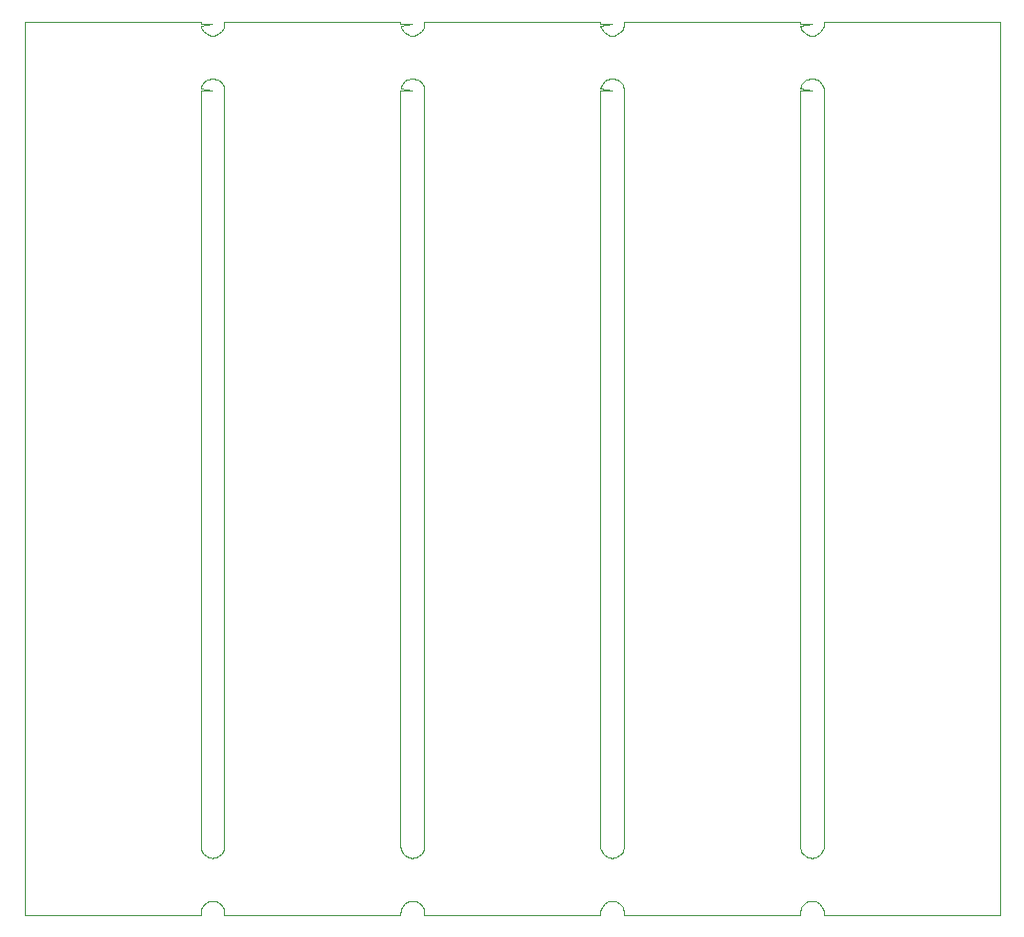
<source format=gko>
%MOIN*%
%OFA0B0*%
%FSLAX36Y36*%
%IPPOS*%
%LPD*%
%ADD10C,0*%
D10*
X002598425Y002762660D02*
X002598425Y002762660D01*
X002637795Y002762660D01*
X002598909Y002768819D01*
X002600352Y002774826D01*
X002602716Y002780533D01*
X002605944Y002785801D01*
X002609956Y002790499D01*
X002614654Y002794511D01*
X002619921Y002797739D01*
X002625629Y002800103D01*
X002631636Y002801545D01*
X002637795Y002802030D01*
X002643954Y002801545D01*
X002649961Y002800103D01*
X002655668Y002797739D01*
X002660936Y002794511D01*
X002665634Y002790499D01*
X002669646Y002785801D01*
X002672874Y002780533D01*
X002675238Y002774826D01*
X002676680Y002768819D01*
X002677165Y002762660D01*
X002677165Y000229465D01*
X002676680Y000223306D01*
X002675238Y000217299D01*
X002672874Y000211591D01*
X002669646Y000206324D01*
X002665634Y000201626D01*
X002660936Y000197614D01*
X002655668Y000194386D01*
X002649961Y000192022D01*
X002643954Y000190580D01*
X002637795Y000190095D01*
X002631636Y000190580D01*
X002625629Y000192022D01*
X002619921Y000194386D01*
X002614654Y000197614D01*
X002609956Y000201626D01*
X002605944Y000206324D01*
X002602716Y000211591D01*
X002600352Y000217299D01*
X002598909Y000223306D01*
X002598425Y000229465D01*
X002598425Y000229465D01*
X002598425Y002762660D01*
X001929133Y002762660D02*
X001929133Y002762660D01*
X001968503Y002762660D01*
X001929618Y002768819D01*
X001931060Y002774826D01*
X001933424Y002780533D01*
X001936652Y002785801D01*
X001940665Y002790499D01*
X001945362Y002794511D01*
X001950630Y002797739D01*
X001956337Y002800103D01*
X001962345Y002801545D01*
X001968503Y002802030D01*
X001974662Y002801545D01*
X001980669Y002800103D01*
X001986377Y002797739D01*
X001991645Y002794511D01*
X001996342Y002790499D01*
X002000354Y002785801D01*
X002003582Y002780533D01*
X002005947Y002774826D01*
X002007389Y002768819D01*
X002007874Y002762660D01*
X002007874Y000229465D01*
X002007389Y000223306D01*
X002005947Y000217299D01*
X002003582Y000211591D01*
X002000354Y000206324D01*
X001996342Y000201626D01*
X001991645Y000197614D01*
X001986377Y000194386D01*
X001980669Y000192022D01*
X001974662Y000190580D01*
X001968503Y000190095D01*
X001962345Y000190580D01*
X001956337Y000192022D01*
X001950630Y000194386D01*
X001945362Y000197614D01*
X001940665Y000201626D01*
X001936652Y000206324D01*
X001933424Y000211591D01*
X001931060Y000217299D01*
X001929618Y000223306D01*
X001929133Y000229465D01*
X001929133Y000229465D01*
X001929133Y002762660D01*
X001259842Y002762660D02*
X001259842Y002762660D01*
X001299212Y002762660D01*
X001260327Y002768819D01*
X001261769Y002774826D01*
X001264133Y002780533D01*
X001267361Y002785801D01*
X001271373Y002790499D01*
X001276071Y002794511D01*
X001281338Y002797739D01*
X001287046Y002800103D01*
X001293053Y002801545D01*
X001299212Y002802030D01*
X001305371Y002801545D01*
X001311378Y002800103D01*
X001317086Y002797739D01*
X001322353Y002794511D01*
X001327051Y002790499D01*
X001331063Y002785801D01*
X001334291Y002780533D01*
X001336655Y002774826D01*
X001338097Y002768819D01*
X001338582Y002762660D01*
X001338582Y000229465D01*
X001338097Y000223306D01*
X001336655Y000217299D01*
X001334291Y000211591D01*
X001331063Y000206324D01*
X001327051Y000201626D01*
X001322353Y000197614D01*
X001317086Y000194386D01*
X001311378Y000192022D01*
X001305371Y000190580D01*
X001299212Y000190095D01*
X001293053Y000190580D01*
X001287046Y000192022D01*
X001281338Y000194386D01*
X001276071Y000197614D01*
X001271373Y000201626D01*
X001267361Y000206324D01*
X001264133Y000211591D01*
X001261769Y000217299D01*
X001260327Y000223306D01*
X001259842Y000229465D01*
X001259842Y000229465D01*
X001259842Y002762660D01*
X000590551Y002762660D02*
X000590551Y002762660D01*
X000629921Y002762660D01*
X000591035Y002768819D01*
X000592478Y002774826D01*
X000594842Y002780533D01*
X000598070Y002785801D01*
X000602082Y002790499D01*
X000606780Y002794511D01*
X000612047Y002797739D01*
X000617755Y002800103D01*
X000623762Y002801545D01*
X000629921Y002802030D01*
X000636080Y002801545D01*
X000642087Y002800103D01*
X000647794Y002797739D01*
X000653062Y002794511D01*
X000657760Y002790499D01*
X000661772Y002785801D01*
X000665000Y002780533D01*
X000667364Y002774826D01*
X000668806Y002768819D01*
X000669291Y002762660D01*
X000669291Y000229465D01*
X000668806Y000223306D01*
X000667364Y000217299D01*
X000665000Y000211591D01*
X000661772Y000206324D01*
X000657760Y000201626D01*
X000653062Y000197614D01*
X000647794Y000194386D01*
X000642087Y000192022D01*
X000636080Y000190580D01*
X000629921Y000190095D01*
X000623762Y000190580D01*
X000617755Y000192022D01*
X000612047Y000194386D01*
X000606780Y000197614D01*
X000602082Y000201626D01*
X000598070Y000206324D01*
X000594842Y000211591D01*
X000592478Y000217299D01*
X000591035Y000223306D01*
X000590551Y000229465D01*
X000590551Y000229465D01*
X000590551Y002762660D01*
X000669291Y002985371D02*
X000669291Y002985371D01*
X000668806Y002979212D01*
X000667364Y002973205D01*
X000665000Y002967497D01*
X000661772Y002962229D01*
X000657760Y002957532D01*
X000653062Y002953520D01*
X000647794Y002950292D01*
X000642087Y002947927D01*
X000636080Y002946485D01*
X000629921Y002946001D01*
X000623762Y002946485D01*
X000617755Y002947927D01*
X000612047Y002950292D01*
X000606780Y002953520D01*
X000602082Y002957532D01*
X000598070Y002962229D01*
X000594842Y002967497D01*
X000592478Y002973205D01*
X000591035Y002979212D01*
X000629921Y002985371D01*
X000590551Y002985371D01*
X000590551Y002992125D01*
X000000000Y002992125D01*
X000000000Y000000000D01*
X000590551Y000000000D01*
X000590551Y000006754D01*
X000590551Y000006754D01*
X000591035Y000012913D01*
X000592478Y000018920D01*
X000594842Y000024628D01*
X000598070Y000029895D01*
X000602082Y000034593D01*
X000606780Y000038605D01*
X000612047Y000041833D01*
X000617755Y000044198D01*
X000623762Y000045640D01*
X000629921Y000046124D01*
X000636080Y000045640D01*
X000642087Y000044198D01*
X000647794Y000041833D01*
X000653062Y000038605D01*
X000657760Y000034593D01*
X000661772Y000029895D01*
X000665000Y000024628D01*
X000667364Y000018920D01*
X000668806Y000012913D01*
X000669291Y000006754D01*
X000669291Y000006754D01*
X000669291Y000000000D01*
X001259842Y000000000D01*
X001259842Y000006754D01*
X001259842Y000006754D01*
X001260327Y000012913D01*
X001261769Y000018920D01*
X001264133Y000024628D01*
X001267361Y000029895D01*
X001271373Y000034593D01*
X001276071Y000038605D01*
X001281338Y000041833D01*
X001287046Y000044198D01*
X001293053Y000045640D01*
X001299212Y000046124D01*
X001305371Y000045640D01*
X001311378Y000044198D01*
X001317086Y000041833D01*
X001322353Y000038605D01*
X001327051Y000034593D01*
X001331063Y000029895D01*
X001334291Y000024628D01*
X001336655Y000018920D01*
X001338097Y000012913D01*
X001338582Y000006754D01*
X001338582Y000006754D01*
X001338582Y000000000D01*
X001929133Y000000000D01*
X001929133Y000006754D01*
X001929133Y000006754D01*
X001929618Y000012913D01*
X001931060Y000018920D01*
X001933424Y000024628D01*
X001936652Y000029895D01*
X001940665Y000034593D01*
X001945362Y000038605D01*
X001950630Y000041833D01*
X001956337Y000044198D01*
X001962345Y000045640D01*
X001968503Y000046124D01*
X001974662Y000045640D01*
X001980669Y000044198D01*
X001986377Y000041833D01*
X001991645Y000038605D01*
X001996342Y000034593D01*
X002000354Y000029895D01*
X002003582Y000024628D01*
X002005947Y000018920D01*
X002007389Y000012913D01*
X002007874Y000006754D01*
X002007874Y000006754D01*
X002007874Y000000000D01*
X002598425Y000000000D01*
X002598425Y000006754D01*
X002598425Y000006754D01*
X002598909Y000012913D01*
X002600352Y000018920D01*
X002602716Y000024628D01*
X002605944Y000029895D01*
X002609956Y000034593D01*
X002614654Y000038605D01*
X002619921Y000041833D01*
X002625629Y000044198D01*
X002631636Y000045640D01*
X002637795Y000046124D01*
X002643954Y000045640D01*
X002649961Y000044198D01*
X002655668Y000041833D01*
X002660936Y000038605D01*
X002665634Y000034593D01*
X002669646Y000029895D01*
X002672874Y000024628D01*
X002675238Y000018920D01*
X002676680Y000012913D01*
X002677165Y000006754D01*
X002677165Y000006754D01*
X002677165Y000000000D01*
X003267716Y000000000D01*
X003267716Y002992125D01*
X002677165Y002992125D01*
X002677165Y002985371D01*
X002676680Y002979212D01*
X002675238Y002973205D01*
X002672874Y002967497D01*
X002669646Y002962229D01*
X002665634Y002957532D01*
X002660936Y002953520D01*
X002655668Y002950292D01*
X002649961Y002947927D01*
X002643954Y002946485D01*
X002637795Y002946001D01*
X002631636Y002946485D01*
X002625629Y002947927D01*
X002619921Y002950292D01*
X002614654Y002953520D01*
X002609956Y002957532D01*
X002605944Y002962229D01*
X002602716Y002967497D01*
X002600352Y002973205D01*
X002598909Y002979212D01*
X002637795Y002985371D01*
X002598425Y002985371D01*
X002598425Y002992125D01*
X002007874Y002992125D01*
X002007874Y002985371D01*
X002007389Y002979212D01*
X002005947Y002973205D01*
X002003582Y002967497D01*
X002000354Y002962229D01*
X001996342Y002957532D01*
X001991645Y002953520D01*
X001986377Y002950292D01*
X001980669Y002947927D01*
X001974662Y002946485D01*
X001968503Y002946001D01*
X001962345Y002946485D01*
X001956337Y002947927D01*
X001950630Y002950292D01*
X001945362Y002953520D01*
X001940665Y002957532D01*
X001936652Y002962229D01*
X001933424Y002967497D01*
X001931060Y002973205D01*
X001929618Y002979212D01*
X001968503Y002985371D01*
X001929133Y002985371D01*
X001929133Y002992125D01*
X001338582Y002992125D01*
X001338582Y002985371D01*
X001338097Y002979212D01*
X001336655Y002973205D01*
X001334291Y002967497D01*
X001331063Y002962229D01*
X001327051Y002957532D01*
X001322353Y002953520D01*
X001317086Y002950292D01*
X001311378Y002947927D01*
X001305371Y002946485D01*
X001299212Y002946001D01*
X001293053Y002946485D01*
X001287046Y002947927D01*
X001281338Y002950292D01*
X001276071Y002953520D01*
X001271373Y002957532D01*
X001267361Y002962229D01*
X001264133Y002967497D01*
X001261769Y002973205D01*
X001260327Y002979212D01*
X001299212Y002985371D01*
X001259842Y002985371D01*
X001259842Y002992125D01*
X000669291Y002992125D01*
X000669291Y002985371D01*
M02*
</source>
